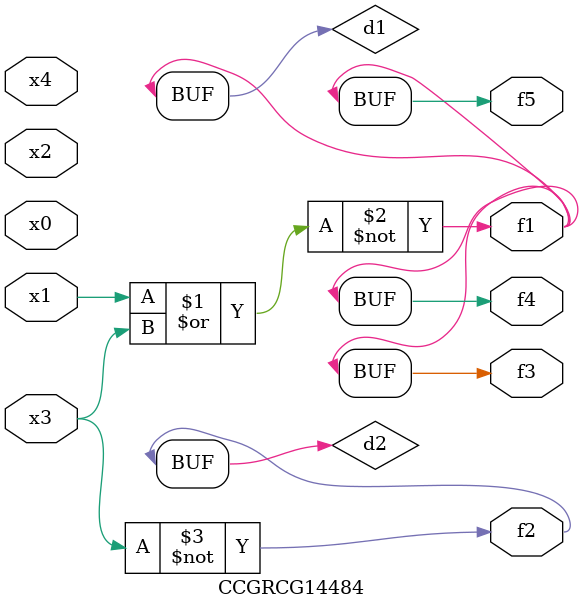
<source format=v>
module CCGRCG14484(
	input x0, x1, x2, x3, x4,
	output f1, f2, f3, f4, f5
);

	wire d1, d2;

	nor (d1, x1, x3);
	not (d2, x3);
	assign f1 = d1;
	assign f2 = d2;
	assign f3 = d1;
	assign f4 = d1;
	assign f5 = d1;
endmodule

</source>
